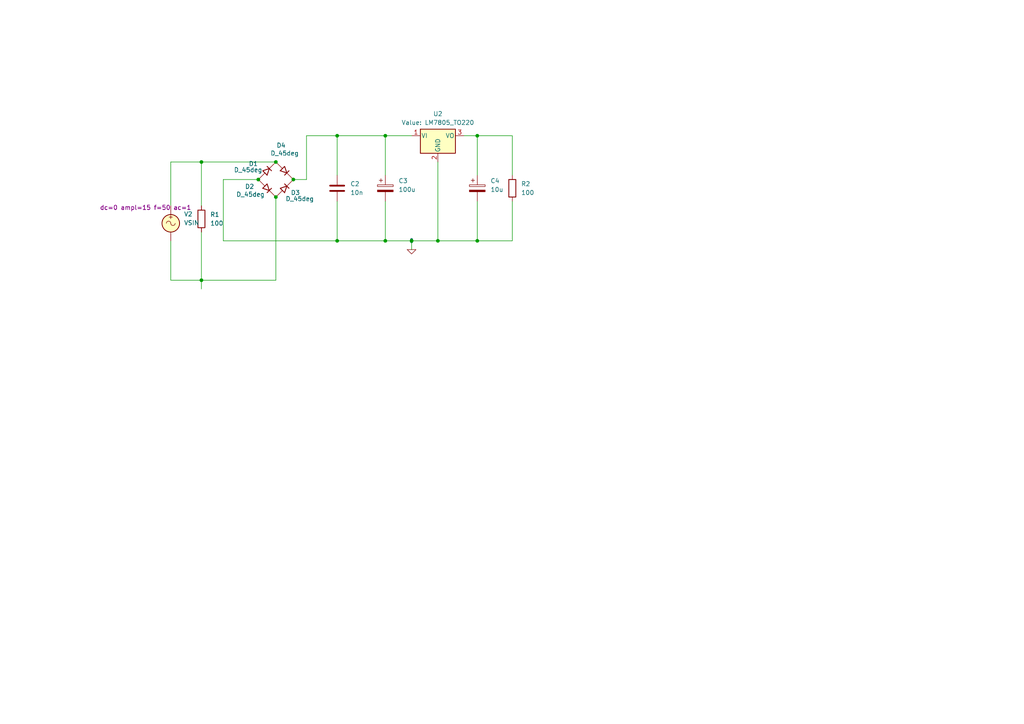
<source format=kicad_sch>
(kicad_sch (version 20250114) (generator "eeschema") (generator_version "9.0")
  (paper "A4")
  (lib_symbols
    (symbol "Device:C" (pin_numbers (hide yes)) (pin_names (offset 0.254))
      (property "Reference" "C" (at 0.635 2.54 0))
      (property "Value" "C" (at 0.635 -2.54 0))
      (symbol "C_0_1"
        (polyline (pts (xy -2.032 0.762) (xy 2.032 0.762)) (stroke (width 0.508)))
        (polyline (pts (xy -2.032 -0.762) (xy 2.032 -0.762)) (stroke (width 0.508)))
      )
      (symbol "C_1_1"
        (pin passive line (at 0 3.81 270) (length 2.794) (name "~") (number "1"))
        (pin passive line (at 0 -3.81 90) (length 2.794) (name "~") (number "2"))
      )
    )
    (symbol "Device:C_Polarized" (pin_numbers (hide yes)) (pin_names (offset 0.254))
      (property "Reference" "C" (at 0.635 2.54 0))
      (property "Value" "C_Polarized" (at 0.635 -2.54 0))
      (symbol "C_Polarized_0_1"
        (rectangle (start -2.286 0.508) (end 2.286 1.016))
        (polyline (pts (xy -1.778 2.286) (xy -0.762 2.286)))
        (polyline (pts (xy -1.27 2.794) (xy -1.27 1.778)))
        (rectangle (start 2.286 -0.508) (end -2.286 -1.016) (fill (type outline)))
      )
      (symbol "C_Polarized_1_1"
        (pin passive line (at 0 3.81 270) (length 2.794) (name "~") (number "1"))
        (pin passive line (at 0 -3.81 90) (length 2.794) (name "~") (number "2"))
      )
    )
    (symbol "Device:D_45deg" (pin_numbers (hide yes)) (pin_names (offset 0) (hide yes))
      (property "Reference" "D" (at 1.27 2.54 0))
      (property "Value" "D_45deg" (at 1.27 0 0))
      (symbol "D_45deg_0_1"
        (polyline (pts (xy -1.27 0) (xy 0 1.27) (xy 0.635 -0.635) (xy -1.27 0)) (stroke (width 0.254)))
        (polyline (pts (xy -0.635 0.635) (xy -2.54 2.54)))
        (polyline (pts (xy 0 -1.27) (xy 1.27 0)) (stroke (width 0.254)))
        (polyline (pts (xy 2.54 -2.54) (xy 0.635 -0.635)))
      )
      (symbol "D_45deg_1_1"
        (pin passive line (at -2.54 2.54 0) (length 0) (name "A") (number "2"))
        (pin passive line (at 2.54 -2.54 180) (length 0) (name "K") (number "1"))
      )
    )
    (symbol "Device:R" (pin_numbers (hide yes)) (pin_names (offset 0))
      (property "Reference" "R" (at 2.032 0 90))
      (property "Value" "R" (at 0 0 90))
      (symbol "R_0_1"
        (rectangle (start -1.016 -2.54) (end 1.016 2.54) (stroke (width 0.254)))
      )
      (symbol "R_1_1"
        (pin passive line (at 0 3.81 270) (length 1.27) (name "~") (number "1"))
        (pin passive line (at 0 -3.81 90) (length 1.27) (name "~") (number "2"))
      )
    )
    (symbol "Regulator_Linear:LM7805_TO220" (pin_names (offset 0.254))
      (property "Reference" "U" (at -3.81 3.175 0))
      (property "Value" "LM7805_TO220" (at 0 3.175 0))
      (symbol "LM7805_TO220_0_1"
        (rectangle (start -5.08 1.905) (end 5.08 -5.08) (stroke (width 0.254)) (fill (type background)))
      )
      (symbol "LM7805_TO220_1_1"
        (pin power_in line (at -7.62 0 0) (length 2.54) (name "VI") (number "1"))
        (pin power_in line (at 0 -7.62 90) (length 2.54) (name "GND") (number "2"))
        (pin power_out line (at 7.62 0 180) (length 2.54) (name "VO") (number "3"))
      )
    )
    (symbol "Simulation_SPICE:0" (power) (pin_numbers (hide yes)) (pin_names (offset 0) (hide yes))
      (property "Value" "0" (at 0 -2.54 0))
      (symbol "0_0_1"
        (polyline (pts (xy -1.27 0) (xy 0 -1.27) (xy 1.27 0) (xy -1.27 0)))
      )
      (symbol "0_1_1"
        (pin power_in line (at 0 0 0) (length 0) (name "~") (number "1"))
      )
    )
    (symbol "Simulation_SPICE:VSIN" (pin_numbers (hide yes)) (pin_names (offset 0.0254))
      (property "Reference" "V" (at 2.54 2.54 0))
      (property "Value" "VSIN" (at 2.54 0 0))
      (property "Sim.Params" "dc=0 ampl=1 f=1k ac=1" (at 2.54 -2.54 0))
      (symbol "VSIN_0_0"
        (arc (start -1.27 0) (mid -0.635 0.6323) (end 0 0))
        (arc (start 1.27 0) (mid 0.635 -0.6323) (end 0 0))
        (text "+" (at 0 1.905 0) (effects (font (size 1.27 1.27))))
      )
      (symbol "VSIN_0_1"
        (circle (center 0 0) (radius 2.54) (stroke (width 0.254)) (fill (type background)))
      )
      (symbol "VSIN_1_1"
        (pin passive line (at 0 5.08 270) (length 2.54) (name "~") (number "1"))
        (pin passive line (at 0 -5.08 90) (length 2.54) (name "~") (number "2"))
      )
    )
  )
  (junction (at 111.76 69.85))
  (junction (at 138.43 69.85))
  (junction (at 58.42 81.28))
  (junction (at 80.01 46.99))
  (junction (at 119.38 69.85))
  (junction (at 97.79 69.85))
  (junction (at 111.76 39.37))
  (junction (at 80.01 57.15))
  (junction (at 97.79 39.37))
  (junction (at 74.93 52.07))
  (junction (at 127 69.85))
  (junction (at 85.09 52.07))
  (junction (at 58.42 46.99))
  (junction (at 138.43 39.37))
  (wire (pts (xy 111.76 58.42) (xy 111.76 69.85)))
  (wire (pts (xy 74.93 52.07) (xy 64.77 52.07)))
  (wire (pts (xy 138.43 39.37) (xy 134.62 39.37)))
  (wire (pts (xy 111.76 69.85) (xy 119.38 69.85)))
  (wire (pts (xy 49.53 46.99) (xy 58.42 46.99)))
  (wire (pts (xy 138.43 69.85) (xy 138.43 58.42)))
  (wire (pts (xy 138.43 39.37) (xy 148.59 39.37)))
  (wire (pts (xy 64.77 69.85) (xy 97.79 69.85)))
  (wire (pts (xy 58.42 46.99) (xy 80.01 46.99)))
  (wire (pts (xy 97.79 69.85) (xy 97.79 58.42)))
  (wire (pts (xy 97.79 39.37) (xy 97.79 50.8)))
  (wire (pts (xy 97.79 69.85) (xy 111.76 69.85)))
  (wire (pts (xy 119.38 69.85) (xy 127 69.85)))
  (wire (pts (xy 58.42 67.31) (xy 58.42 81.28)))
  (wire (pts (xy 88.9 52.07) (xy 88.9 39.37)))
  (wire (pts (xy 97.79 39.37) (xy 111.76 39.37)))
  (wire (pts (xy 58.42 46.99) (xy 58.42 59.69)))
  (wire (pts (xy 88.9 39.37) (xy 97.79 39.37)))
  (wire (pts (xy 58.42 81.28) (xy 58.42 83.82)))
  (wire (pts (xy 111.76 39.37) (xy 119.38 39.37)))
  (wire (pts (xy 127 69.85) (xy 138.43 69.85)))
  (wire (pts (xy 64.77 52.07) (xy 64.77 69.85)))
  (wire (pts (xy 58.42 81.28) (xy 80.01 81.28)))
  (wire (pts (xy 49.53 81.28) (xy 58.42 81.28)))
  (wire (pts (xy 138.43 50.8) (xy 138.43 39.37)))
  (wire (pts (xy 85.09 52.07) (xy 88.9 52.07)))
  (wire (pts (xy 49.53 59.69) (xy 49.53 46.99)))
  (wire (pts (xy 127 46.99) (xy 127 69.85)))
  (wire (pts (xy 111.76 39.37) (xy 111.76 50.8)))
  (wire (pts (xy 148.59 39.37) (xy 148.59 50.8)))
  (wire (pts (xy 148.59 58.42) (xy 148.59 69.85)))
  (wire (pts (xy 119.38 69.85) (xy 119.38 72.39)))
  (wire (pts (xy 80.01 57.15) (xy 80.01 81.28)))
  (wire (pts (xy 49.53 81.28) (xy 49.53 69.85)))
  (wire (pts (xy 138.43 69.85) (xy 148.59 69.85)))
  (symbol (lib_id "Device:C") (at 97.79 54.61 0) (unit 1)
    (property "Reference" "C2" (at 101.6 53.3399 0) (effects (justify left)))
    (property "Value" "10n" (at 101.6 55.8799 0) (effects (justify left)))
    (property "Footprint" "Capacitor_THT:C_Disc_D5.0mm_W2.5mm_P2.50mm" (effects (hide yes)))
    (property "Description" "Unpolarized capacitor" (effects (hide yes)))
  )
  (symbol (lib_id "Device:C_Polarized") (at 111.76 54.61 0) (unit 1)
    (property "Reference" "C3" (at 115.57 52.4509 0) (effects (justify left)))
    (property "Value" "100u" (at 115.57 54.9909 0) (effects (justify left)))
    (property "Footprint" "Capacitor_THT:CP_Radial_D8.0mm_P5.00mm" (effects (hide yes)))
    (property "Description" "Polarized capacitor" (effects (hide yes)))
  )
  (symbol (lib_id "Device:D_45deg") (at 77.47 54.61 0) (unit 1)
    (property "Reference" "D2" (at 72.39 54.102 0))
    (property "Value" "D_45deg" (at 72.644 56.388 0))
    (property "Footprint" "Diode_THT:D_DO-41_SOD81_P10.16mm_Horizontal" (effects (hide yes)))
    (property "Description" "Diode, rotated by 45°" (effects (hide yes)))
    (property "Sim.Device" "D" (effects (hide yes)))
    (property "Sim.Pins" "1=K 2=A" (effects (hide yes)))
  )
  (symbol (lib_id "Device:D_45deg") (at 77.47 49.53 90) (unit 1)
    (property "Reference" "D1" (at 72.136 47.498 90) (effects (justify right)))
    (property "Value" "D_45deg" (at 67.818 49.276 90) (effects (justify right)))
    (property "Footprint" "Diode_THT:D_DO-41_SOD81_P10.16mm_Horizontal" (effects (hide yes)))
    (property "Description" "Diode, rotated by 45°" (effects (hide yes)))
    (property "Sim.Device" "D" (effects (hide yes)))
    (property "Sim.Pins" "1=K 2=A" (effects (hide yes)))
  )
  (symbol (lib_id "Device:R") (at 58.42 63.5 0) (unit 1)
    (property "Reference" "R1" (at 60.96 62.2299 0) (effects (justify left)))
    (property "Value" "100" (at 60.96 64.77 0) (effects (justify left)))
    (property "Description" "Resistor" (effects (hide yes)))
  )
  (symbol (lib_id "Regulator_Linear:LM7805_TO220") (at 127 39.37 0) (unit 1)
    (property "Reference" "U2" (at 127 33.02 0))
    (property "Value" "LM7805_TO220" (at 127 35.56 0) (show_name yes))
    (property "Footprint" "Package_TO_SOT_THT:TO-220-3_Vertical" (effects (hide yes)))
    (property "Datasheet" "https://www.onsemi.cn/PowerSolutions/document/MC7800-D.PDF" (effects (hide yes)))
    (property "Description" "Positive 1A 35V Linear Regulator, Fixed Output 5V, TO-220" (effects (hide yes)))
    (property "Sim.Library" "/home/sanchit/Downloads/7805.lib" (effects (hide yes)))
    (property "Sim.Name" "LM7805" (effects (hide yes)))
    (property "Sim.Device" "SUBCKT" (effects (hide yes)))
    (property "Sim.Pins" "1=1 2=2 3=3" (effects (hide yes)))
  )
  (symbol (lib_id "Device:D_45deg") (at 82.55 54.61 90) (unit 1)
    (property "Reference" "D3" (at 84.328 55.88 90) (effects (justify right)))
    (property "Value" "D_45deg" (at 82.804 57.658 90) (effects (justify right)))
    (property "Footprint" "Diode_THT:D_DO-41_SOD81_P10.16mm_Horizontal" (effects (hide yes)))
    (property "Description" "Diode, rotated by 45°" (effects (hide yes)))
    (property "Sim.Device" "D" (effects (hide yes)))
    (property "Sim.Pins" "1=K 2=A" (effects (hide yes)))
  )
  (symbol (lib_id "Device:R") (at 148.59 54.61 0) (unit 1)
    (property "Reference" "R2" (at 151.13 53.3399 0) (effects (justify left)))
    (property "Value" "100" (at 151.13 55.8799 0) (effects (justify left)))
    (property "Description" "Resistor" (effects (hide yes)))
  )
  (symbol (lib_id "Simulation_SPICE:0") (at 119.38 72.39 0) (unit 1)
    (property "Reference" "#GND01" (effects (hide yes)))
    (property "Value" "0" (at 119.38 69.85 0))
    (property "Datasheet" "https://ngspice.sourceforge.io/docs/ngspice-html-manual/manual.xhtml#subsec_Circuit_elements__device" (effects (hide yes)))
    (property "Description" "0V reference potential for simulation" (effects (hide yes)))
  )
  (symbol (lib_id "Device:D_45deg") (at 82.55 49.53 0) (unit 1)
    (property "Reference" "D4" (at 81.534 42.164 0))
    (property "Value" "D_45deg" (at 82.55 44.45 0))
    (property "Footprint" "Diode_THT:D_DO-41_SOD81_P10.16mm_Horizontal" (effects (hide yes)))
    (property "Description" "Diode, rotated by 45°" (effects (hide yes)))
    (property "Sim.Device" "D" (effects (hide yes)))
    (property "Sim.Pins" "1=K 2=A" (effects (hide yes)))
  )
  (symbol (lib_id "Simulation_SPICE:VSIN") (at 49.53 64.77 0) (unit 1)
    (property "Reference" "V2" (at 53.34 62.1001 0) (effects (justify left)))
    (property "Value" "VSIN" (at 53.34 64.6401 0) (effects (justify left)))
    (property "Datasheet" "https://ngspice.sourceforge.io/docs/ngspice-html-manual/manual.xhtml#sec_Independent_Sources_for" (effects (hide yes)))
    (property "Description" "Voltage source, sinusoidal" (effects (hide yes)))
    (property "Sim.Pins" "1=+ 2=-" (effects (hide yes)))
    (property "Sim.Params" "dc=0 ampl=15 f=50 ac=1" (at 28.956 60.198 0) (effects (justify left)))
    (property "Sim.Type" "SIN" (effects (hide yes)))
    (property "Sim.Device" "V" (effects (hide yes)))
  )
  (symbol (lib_id "Device:C_Polarized") (at 138.43 54.61 0) (unit 1)
    (property "Reference" "C4" (at 142.24 52.4509 0) (effects (justify left)))
    (property "Value" "10u" (at 142.24 54.9909 0) (effects (justify left)))
    (property "Footprint" "Capacitor_THT:CP_Radial_D10.0mm_P5.00mm" (effects (hide yes)))
    (property "Description" "Polarized capacitor" (effects (hide yes)))
  )
)
</source>
